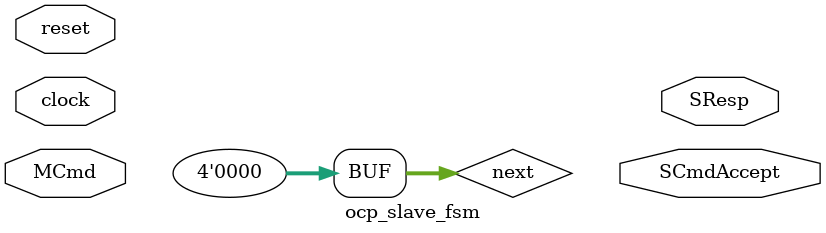
<source format=v>
/*
 * OCP Slave Controller
 *
 * For now no extensions; just simple R/W FSM
 */

module ocp_slave_fsm(
  // Inputs
  input wire clock,
  input wire reset,
  input wire [2:0] MCmd,

  // Outputs
  output reg SCmdAccept,
  output reg [1:0] SResp,
);

reg [3:0] state;
reg [3:0] next;

// State transition block
always @(posedge clock) begin
end

// State transision logic block
always @(state or read_request or write_request or SCmdAccept or SResp) begin
  next <= 4'b0;
end

// Output logic block
always @(posedge clock) begin
  if (reset) begin
  end
end
endmodule

</source>
